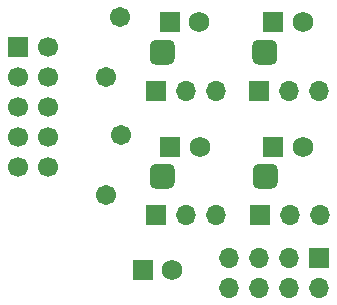
<source format=gbr>
%TF.GenerationSoftware,KiCad,Pcbnew,(5.1.10-1-10_14)*%
%TF.CreationDate,2022-01-10T18:40:57-08:00*%
%TF.ProjectId,FanExpander-Lite,46616e45-7870-4616-9e64-65722d4c6974,V1.0.3*%
%TF.SameCoordinates,Original*%
%TF.FileFunction,Soldermask,Top*%
%TF.FilePolarity,Negative*%
%FSLAX46Y46*%
G04 Gerber Fmt 4.6, Leading zero omitted, Abs format (unit mm)*
G04 Created by KiCad (PCBNEW (5.1.10-1-10_14)) date 2022-01-10 18:40:57*
%MOMM*%
%LPD*%
G01*
G04 APERTURE LIST*
%ADD10O,2.100000X1.000000*%
%ADD11O,1.000000X2.100000*%
%ADD12O,2.100000X2.100000*%
%ADD13R,1.700000X1.700000*%
%ADD14O,1.700000X1.700000*%
%ADD15C,1.710000*%
%ADD16C,1.700000*%
%ADD17R,1.750000X1.750000*%
%ADD18C,1.750000*%
G04 APERTURE END LIST*
D10*
%TO.C,D4*%
X64333120Y-45596720D03*
X64333120Y-46696720D03*
D11*
X63783120Y-46146720D03*
X64883120Y-46146720D03*
D12*
X64333120Y-46146720D03*
%TD*%
D10*
%TO.C,D3*%
X64358520Y-56112320D03*
X64358520Y-57212320D03*
D11*
X63808520Y-56662320D03*
X64908520Y-56662320D03*
D12*
X64358520Y-56662320D03*
%TD*%
D10*
%TO.C,D2*%
X55620920Y-45596720D03*
X55620920Y-46696720D03*
D11*
X55070920Y-46146720D03*
X56170920Y-46146720D03*
D12*
X55620920Y-46146720D03*
%TD*%
D10*
%TO.C,D1*%
X55626000Y-56117400D03*
X55626000Y-57217400D03*
D11*
X55076000Y-56667400D03*
X56176000Y-56667400D03*
D12*
X55626000Y-56667400D03*
%TD*%
D13*
%TO.C,J7*%
X68884800Y-63555880D03*
D14*
X68884800Y-66095880D03*
X66344800Y-63555880D03*
X66344800Y-66095880D03*
X63804800Y-63555880D03*
X63804800Y-66095880D03*
X61264800Y-63555880D03*
X61264800Y-66095880D03*
%TD*%
D15*
%TO.C,F2*%
X50900480Y-48285080D03*
X52100480Y-43185080D03*
%TD*%
%TO.C,F1*%
X52106680Y-53167600D03*
X50906680Y-58267600D03*
%TD*%
D13*
%TO.C,J5*%
X43434000Y-45720000D03*
D16*
X45974000Y-45720000D03*
X43434000Y-48260000D03*
X45974000Y-48260000D03*
X43434000Y-50800000D03*
X45974000Y-50800000D03*
X43434000Y-53340000D03*
X45974000Y-53340000D03*
X43434000Y-55880000D03*
X45974000Y-55880000D03*
%TD*%
D17*
%TO.C,J4*%
X65018920Y-43632120D03*
D18*
X67518920Y-43632120D03*
%TD*%
D17*
%TO.C,J3*%
X65018920Y-54147720D03*
D18*
X67518920Y-54147720D03*
%TD*%
D13*
%TO.C,JP4*%
X63850520Y-49423320D03*
D14*
X66390520Y-49423320D03*
X68930520Y-49423320D03*
%TD*%
D13*
%TO.C,JP3*%
X63875920Y-59913520D03*
D14*
X66415920Y-59913520D03*
X68955920Y-59913520D03*
%TD*%
D17*
%TO.C,J2*%
X56281320Y-43632120D03*
D18*
X58781320Y-43632120D03*
%TD*%
D17*
%TO.C,J1*%
X56306720Y-54147720D03*
D18*
X58806720Y-54147720D03*
%TD*%
D13*
%TO.C,JP2*%
X55138320Y-49423320D03*
D14*
X57678320Y-49423320D03*
X60218320Y-49423320D03*
%TD*%
D13*
%TO.C,JP1*%
X55138320Y-59913520D03*
D14*
X57678320Y-59913520D03*
X60218320Y-59913520D03*
%TD*%
D17*
%TO.C,J6*%
X53969920Y-64602360D03*
D18*
X56469920Y-64602360D03*
%TD*%
M02*

</source>
